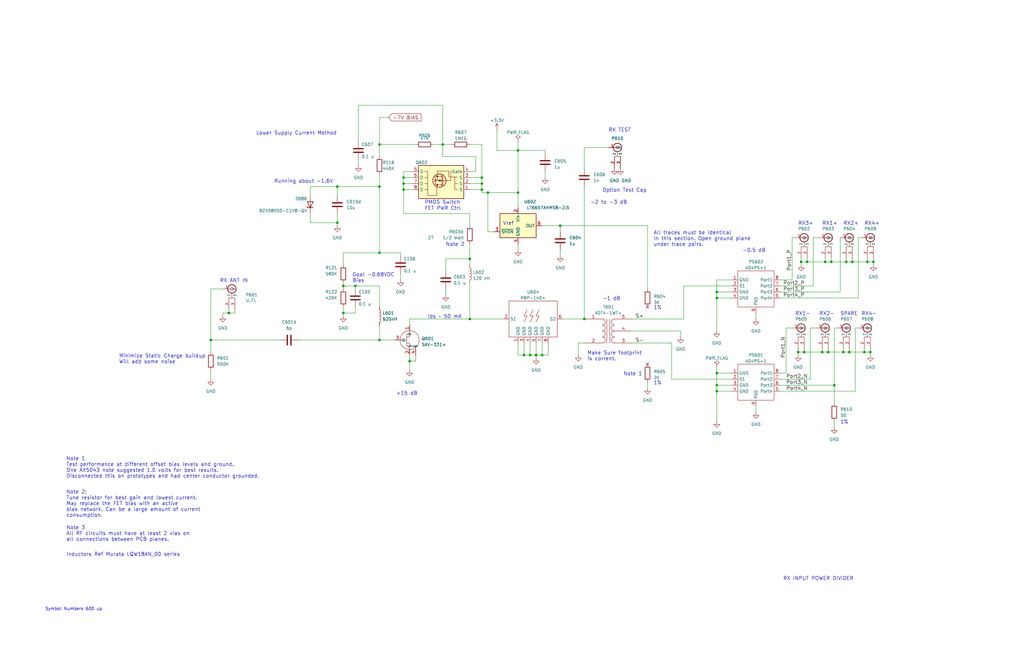
<source format=kicad_sch>
(kicad_sch (version 20230121) (generator eeschema)
  (paper "USLedger")
  (title_block (title "Radiation Tolerant PacSat Communication") (date "2023-06-17") (rev "A") (company "AMSAT-NA") (comment 1 "N5BRG"))
  (lib_symbols
    (symbol "Device:C" (pin_numbers hide) (pin_names (offset 0.254))
      (property "Reference" "C" (at 0.635 2.54 0))
      (property "Value" "C" (at 0.635 -2.54 0))
      (symbol "C_0_1"
        (polyline (pts (xy -2.032 -0.762) (xy 2.032 -0.762)) (stroke (width 0.508)))
        (polyline (pts (xy -2.032 0.762) (xy 2.032 0.762)) (stroke (width 0.508)))
      )
      (symbol "C_1_1"
        (pin passive line (at 0 3.81 270) (length 2.794) (name "~") (number "1"))
        (pin passive line (at 0 -3.81 90) (length 2.794) (name "~") (number "2"))
      )
    )
    (symbol "Device:D_Zener" (pin_numbers hide) (pin_names (offset 1.016) hide)
      (property "Reference" "D" (at 0 2.54 0))
      (property "Value" "D_Zener" (at 0 -2.54 0))
      (symbol "D_Zener_0_1"
        (polyline (pts (xy 1.27 0) (xy -1.27 0)))
        (polyline (pts (xy -1.27 -1.27) (xy -1.27 1.27) (xy -0.762 1.27)) (stroke (width 0.254)))
        (polyline (pts (xy 1.27 -1.27) (xy 1.27 1.27) (xy -1.27 0) (xy 1.27 -1.27)) (stroke (width 0.254)))
      )
      (symbol "D_Zener_1_1"
        (pin passive line (at -3.81 0 0) (length 2.54) (name "K") (number "1"))
        (pin passive line (at 3.81 0 180) (length 2.54) (name "A") (number "2"))
      )
    )
    (symbol "Device:L" (pin_numbers hide) (pin_names (offset 1.016) hide)
      (property "Reference" "L" (at -1.27 0 90))
      (property "Value" "L" (at 1.905 0 90))
      (symbol "L_0_1"
        (arc (start 0 -2.54) (mid 0.6323 -1.905) (end 0 -1.27))
        (arc (start 0 -1.27) (mid 0.6323 -0.635) (end 0 0))
        (arc (start 0 0) (mid 0.6323 0.635) (end 0 1.27))
        (arc (start 0 1.27) (mid 0.6323 1.905) (end 0 2.54))
      )
      (symbol "L_1_1"
        (pin passive line (at 0 3.81 270) (length 1.27) (name "1") (number "1"))
        (pin passive line (at 0 -3.81 90) (length 1.27) (name "2") (number "2"))
      )
    )
    (symbol "Device:R" (pin_numbers hide) (pin_names (offset 0))
      (property "Reference" "R" (at 2.032 0 90))
      (property "Value" "R" (at 0 0 90))
      (symbol "R_0_1"
        (rectangle (start -1.016 -2.54) (end 1.016 2.54) (stroke (width 0.254)))
      )
      (symbol "R_1_1"
        (pin passive line (at 0 3.81 270) (length 1.27) (name "~") (number "1"))
        (pin passive line (at 0 -3.81 90) (length 1.27) (name "~") (number "2"))
      )
    )
    (symbol "PACSAT_DEV_misc:TPS1100"
      (property "Reference" "Q?" (at 6.35 -8.89 0))
      (symbol "TPS1100_0_1"
        (rectangle (start -8.89 7.62) (end 10.16 -6.35) (stroke (width 0.254)) (fill (type background)))
        (polyline (pts (xy -2.54 0) (xy -3.4176 -0.012)))
        (polyline (pts (xy 0 0) (xy -2.794 0)))
        (polyline (pts (xy 0 1.905) (xy 0 -1.905)) (stroke (width 0.254)))
        (polyline (pts (xy 0.508 -1.27) (xy 0.508 -2.286)) (stroke (width 0.254)))
        (polyline (pts (xy 0.508 0.508) (xy 0.508 -0.508)) (stroke (width 0.254)))
        (polyline (pts (xy 0.508 2.286) (xy 0.508 1.27)) (stroke (width 0.254)))
        (polyline (pts (xy 2.286 2.54) (xy 2.286 1.778)))
        (polyline (pts (xy 6.35 -1.27) (xy 7.62 -1.27)))
        (polyline (pts (xy 6.35 1.27) (xy 7.62 1.27)))
        (polyline (pts (xy 6.35 3.81) (xy 7.62 3.81)))
        (polyline (pts (xy -5.08 -1.27) (xy -5.08 1.27) (xy -6.35 1.27)))
        (polyline (pts (xy -5.08 -1.27) (xy -5.0512 -1.5491) (xy -5.031 -1.448)))
        (polyline (pts (xy -5.08 1.27) (xy -5.08 3.81) (xy -6.35 3.81)))
        (polyline (pts (xy -4.9501 -1.4683) (xy -6.1836 -1.4683) (xy -6.1229 -1.3874)))
        (polyline (pts (xy -3.4162 -0.0461) (xy -3.4162 -3.8561) (xy -4.2419 -3.8037)))
        (polyline (pts (xy 2.286 -2.54) (xy 2.286 0) (xy 0.508 0)))
        (polyline (pts (xy 0.508 1.778) (xy 3.048 1.778) (xy 3.048 -1.778) (xy 0.508 -1.778)))
        (polyline (pts (xy 2.032 0) (xy 1.016 0.381) (xy 1.016 -0.381) (xy 2.032 0)) (fill (type outline)))
        (polyline (pts (xy 2.54 -0.508) (xy 2.667 -0.381) (xy 3.429 -0.381) (xy 3.556 -0.254)))
        (polyline (pts (xy 3.048 -0.381) (xy 2.667 0.254) (xy 3.429 0.254) (xy 3.048 -0.381)))
        (polyline (pts (xy 2.3285 -2.7575) (xy 2.3285 -4.0275) (xy -2.5549 -4.0212) (xy -2.5549 -1.5919) (xy -5.2915 -1.4875)))
        (polyline (pts (xy 2.54 2.54) (xy 2.54 6.35) (xy 6.35 6.35) (xy 6.35 -3.81) (xy 7.62 -3.81)))
        (circle (center 1.397 0) (radius 2.794) (stroke (width 0.254)))
        (circle (center 2.286 -1.778) (radius 0.254) (fill (type outline)))
        (circle (center 2.286 1.778) (radius 0.254) (fill (type outline)))
      )
      (symbol "TPS1100_1_1"
        (pin passive line (at -11.43 3.81 0) (length 2.54) (name "S") (number "1"))
        (pin passive line (at -11.43 1.27 0) (length 2.54) (name "S") (number "2"))
        (pin passive line (at -11.43 -1.27 0) (length 2.54) (name "S") (number "3"))
        (pin input line (at -11.43 -3.81 0) (length 2.54) (name "Gate") (number "4"))
        (pin passive line (at 12.7 -3.81 180) (length 2.54) (name "D") (number "5"))
        (pin passive line (at 12.7 -1.27 180) (length 2.54) (name "D") (number "6"))
        (pin passive line (at 12.7 1.27 180) (length 2.54) (name "D") (number "7"))
        (pin passive line (at 12.7 3.81 180) (length 2.54) (name "D") (number "8"))
      )
    )
    (symbol "PACSAT_DEV_misc:U_FL"
      (property "Reference" "U" (at -3.81 2.54 0))
      (symbol "U_FL_0_1"
        (polyline (pts (xy -1.27 -3.81) (xy 1.27 -3.81)))
        (polyline (pts (xy 0 -3.81) (xy 0 -1.778)))
        (circle (center 0 0) (radius 0.508) (stroke (width 0.2032)))
        (circle (center 0 0) (radius 1.778) (stroke (width 0.3048)))
      )
      (symbol "U_FL_1_1"
        (pin bidirectional line (at -3.81 0 0) (length 3.302) (name "In") (number "1"))
        (pin power_in line (at -1.27 -8.89 90) (length 5.08) (name "2") (number "2"))
        (pin power_in line (at 1.27 -8.89 90) (length 5.08) (name "3") (number "3"))
      )
    )
    (symbol "PACSAT_Minicircuits:AD4PS+1"
      (property "Reference" "PS602" (at 0 11.43 0))
      (property "Value" "AD4PS+1" (at 0 8.89 0))
      (symbol "AD4PS+1_0_1"
        (rectangle (start -7.62 7.62) (end 7.62 -7.62))
      )
      (symbol "AD4PS+1_1_1"
        (pin power_in line (at -10.16 3.81 0) (length 2.54) (name "GND") (number "1"))
        (pin input line (at -10.16 1.27 0) (length 2.54) (name "S1") (number "2"))
        (pin power_in line (at -10.16 -1.27 0) (length 2.54) (name "GND") (number "3"))
        (pin power_in line (at -10.16 -3.81 0) (length 2.54) (name "GND") (number "4"))
        (pin output line (at 10.16 -3.81 180) (length 2.54) (name "Port4") (number "5"))
        (pin output line (at 10.16 -1.27 180) (length 2.54) (name "Port3") (number "6"))
        (pin output line (at 10.16 1.27 180) (length 2.54) (name "Port2") (number "7"))
        (pin output line (at 10.16 3.81 180) (length 2.54) (name "Port1") (number "8"))
        (pin power_in line (at 0 -10.16 90) (length 2.54) (name "PAD") (number "9"))
      )
    )
    (symbol "PACSAT_Minicircuits:RBP-140+_1"
      (property "Reference" "U603" (at 10.16 5.08 0))
      (property "Value" "RBP-140+" (at 10.16 2.54 0))
      (symbol "RBP-140+_1_0_0"
        (polyline (pts (xy 6.35 -8.89) (xy 7.62 -6.35) (xy 6.35 -6.35) (xy 7.62 -3.81)))
        (polyline (pts (xy 8.89 -8.89) (xy 10.16 -6.35) (xy 8.89 -6.35) (xy 10.16 -3.81)))
        (polyline (pts (xy 11.43 -8.89) (xy 12.7 -6.35) (xy 11.43 -6.35) (xy 12.7 -3.81)))
      )
      (symbol "RBP-140+_1_0_1"
        (rectangle (start 0 0) (end 20.32 -15.24))
      )
      (symbol "RBP-140+_1_1_1"
        (pin power_in line (at 3.81 -17.78 90) (length 2.54) (name "GND") (number "1"))
        (pin input line (at -2.54 -7.62 0) (length 2.54) (name "S1") (number "2"))
        (pin power_in line (at 6.35 -17.78 90) (length 2.54) (name "GND") (number "3"))
        (pin power_in line (at 8.89 -17.78 90) (length 2.54) (name "GND") (number "4"))
        (pin power_in line (at 11.43 -17.78 90) (length 2.54) (name "GND") (number "5"))
        (pin output line (at 22.86 -7.62 180) (length 2.54) (name "S2") (number "6"))
        (pin power_in line (at 13.97 -17.78 90) (length 2.54) (name "GND") (number "7"))
        (pin power_in line (at 16.51 -17.78 90) (length 2.54) (name "GND") (number "8"))
      )
    )
    (symbol "PACSAT_Minicircuits:SAV-331+"
      (property "Reference" "U601" (at 5.08 0.635 0))
      (property "Value" "SAV-331+" (at 5.08 -1.905 0))
      (symbol "SAV-331+_0_1"
        (polyline (pts (xy -2.54 0) (xy -3.81 0)))
        (polyline (pts (xy -1.27 -1.27) (xy -1.27 -2.54)))
        (polyline (pts (xy -1.27 0) (xy -2.54 0)))
        (polyline (pts (xy -1.27 1.27) (xy -1.27 2.54)))
        (polyline (pts (xy 0 -2.54) (xy 0 -3.81)))
        (polyline (pts (xy 0 1.27) (xy 0 2.54)))
        (polyline (pts (xy 0 2.54) (xy 0 3.81)))
        (polyline (pts (xy -1.27 -1.27) (xy 0 -1.27) (xy 0 -2.54)))
        (polyline (pts (xy 0 -2.54) (xy 2.54 -2.54) (xy 2.54 -3.81)))
        (polyline (pts (xy -1.27 1.27) (xy -1.27 -1.27) (xy -1.27 1.27) (xy -1.27 0) (xy -1.27 1.27) (xy 0 1.27)))
        (circle (center 0 0) (radius 4.0161))
      )
      (symbol "SAV-331+_1_1"
        (pin input line (at 0 6.35 270) (length 2.54) (name "D") (number "1"))
        (pin input line (at 0 -6.35 90) (length 2.54) (name "S") (number "2"))
        (pin input line (at -6.35 0 0) (length 2.54) (name "G") (number "3"))
        (pin input line (at 2.54 -6.35 90) (length 2.54) (name "S") (number "4"))
      )
    )
    (symbol "PACSAT_Minicircuits:Transformer_1P_SS" (pin_names (offset 1.016) hide)
      (property "Reference" "T601" (at 0.0127 10.16 0))
      (property "Value" "ADT4-1WT" (at 0.0127 7.62 0))
      (symbol "Transformer_1P_SS_0_1"
        (arc (start -2.54 -5.0546) (mid -1.6599 -4.6901) (end -1.27 -3.81))
        (arc (start -2.54 -2.5146) (mid -1.6599 -2.1501) (end -1.27 -1.27))
        (arc (start -2.54 0.0254) (mid -1.6599 0.3899) (end -1.27 1.27))
        (arc (start -2.54 2.5654) (mid -1.6599 2.9299) (end -1.27 3.81))
        (arc (start -1.27 -3.81) (mid -1.642 -2.912) (end -2.54 -2.54))
        (arc (start -1.27 -1.27) (mid -1.642 -0.372) (end -2.54 0))
        (arc (start -1.27 1.27) (mid -1.642 2.168) (end -2.54 2.54))
        (arc (start -1.27 3.81) (mid -1.642 4.708) (end -2.54 5.08))
        (polyline (pts (xy -0.635 5.08) (xy -0.635 -5.08)))
        (polyline (pts (xy 0.635 -5.08) (xy 0.635 5.08)))
        (arc (start 1.2954 -1.27) (mid 1.6599 -2.1501) (end 2.54 -2.5146))
        (arc (start 1.2954 1.27) (mid 1.6599 0.3899) (end 2.54 0.0254))
        (arc (start 1.2954 3.81) (mid 1.6599 2.9299) (end 2.54 2.5654))
        (arc (start 1.3208 -3.81) (mid 1.6853 -4.6901) (end 2.5654 -5.0546))
        (arc (start 2.54 0) (mid 1.642 -0.372) (end 1.2954 -1.27))
        (arc (start 2.54 2.54) (mid 1.642 2.168) (end 1.2954 1.27))
        (arc (start 2.54 5.08) (mid 1.642 4.708) (end 1.2954 3.81))
        (arc (start 2.5654 -2.54) (mid 1.6674 -2.912) (end 1.3208 -3.81))
      )
      (symbol "Transformer_1P_SS_1_1"
        (pin passive line (at -10.16 5.08 0) (length 7.62) (name "AA") (number "1"))
        (pin passive line (at -10.16 -5.08 0) (length 7.62) (name "AB") (number "2"))
        (pin passive line (at 10.16 -5.08 180) (length 7.62) (name "SA") (number "3"))
        (pin passive line (at 10.16 0 180) (length 7.62) (name "SC") (number "4"))
        (pin passive line (at 10.16 5.08 180) (length 7.62) (name "SB") (number "5"))
        (pin no_connect line (at 0 -7.62 0) (length 2.54) hide (name "NC") (number "6"))
      )
    )
    (symbol "Reference_Voltage:LT6657AHMS8-2.5"
      (property "Reference" "U" (at -7.62 6.35 0))
      (property "Value" "LT6657AHMS8-2.5" (at 2.54 6.35 0))
      (symbol "LT6657AHMS8-2.5_0_1"
        (rectangle (start -7.62 5.08) (end 7.62 -5.08) (stroke (width 0.254)) (fill (type background)))
      )
      (symbol "LT6657AHMS8-2.5_1_1"
        (pin no_connect line (at 7.62 -2.54 180) (length 2.54) hide (name "DNC") (number "1"))
        (pin power_in line (at 0 7.62 270) (length 2.54) (name "Vin") (number "2"))
        (pin input line (at -10.16 -2.54 0) (length 2.54) (name "~{SHDN}") (number "3"))
        (pin power_in line (at 0 -7.62 90) (length 2.54) (name "GND") (number "4"))
        (pin no_connect line (at -7.62 0 0) (length 2.54) hide (name "DNC") (number "5"))
        (pin power_out line (at 10.16 0 180) (length 2.54) (name "OUT") (number "6"))
        (pin no_connect line (at -7.62 2.54 0) (length 2.54) hide (name "DNC") (number "7"))
        (pin no_connect line (at 7.62 2.54 180) (length 2.54) hide (name "DNC") (number "8"))
      )
    )
    (symbol "power:+3.3V" (power) (pin_names (offset 0))
      (property "Value" "+3.3V" (at 0 3.556 0))
      (symbol "+3.3V_0_1"
        (polyline (pts (xy -0.762 1.27) (xy 0 2.54)))
        (polyline (pts (xy 0 0) (xy 0 2.54)))
        (polyline (pts (xy 0 2.54) (xy 0.762 1.27)))
      )
      (symbol "+3.3V_1_1"
        (pin power_in line (at 0 0 90) (length 0) hide (name "+3.3V") (number "1"))
      )
    )
    (symbol "power:GND" (power) (pin_names (offset 0))
      (property "Value" "GND" (at 0 -3.81 0))
      (symbol "GND_0_1"
        (polyline (pts (xy 0 0) (xy 0 -1.27) (xy 1.27 -1.27) (xy 0 -2.54) (xy -1.27 -1.27) (xy 0 -1.27)))
      )
      (symbol "GND_1_1"
        (pin power_in line (at 0 0 270) (length 0) hide (name "GND") (number "1"))
      )
    )
    (symbol "power:PWR_FLAG" (power) (pin_numbers hide) (pin_names (offset 0) hide)
      (property "Value" "PWR_FLAG" (at 0 3.81 0))
      (symbol "PWR_FLAG_0_0"
        (pin power_out line (at 0 0 90) (length 0) (name "pwr") (number "1"))
      )
      (symbol "PWR_FLAG_0_1"
        (polyline (pts (xy 0 0) (xy 0 1.27) (xy -1.016 1.905) (xy 0 2.54) (xy 1.016 1.905) (xy 0 1.27)))
      )
    )
  )
  (junction (at 142.24 93.98))
  (junction (at 160.02 78.74))
  (junction (at 198.12 134.62))
  (junction (at 186.69 60.96))
  (junction (at 236.22 95.25))
  (junction (at 149.86 120.65))
  (junction (at 170.18 74.93))
  (junction (at 302.26 162.56))
  (junction (at 172.72 152.4))
  (junction (at 356.87 110.49))
  (junction (at 365.76 110.49))
  (junction (at 302.26 165.1))
  (junction (at 226.06 149.86))
  (junction (at 359.41 110.49))
  (junction (at 88.9 143.51))
  (junction (at 220.98 149.86))
  (junction (at 346.71 148.59))
  (junction (at 355.6 148.59))
  (junction (at 142.24 78.74))
  (junction (at 160.02 60.96))
  (junction (at 205.74 81.28))
  (junction (at 302.26 125.73))
  (junction (at 170.18 80.01))
  (junction (at 144.78 120.65))
  (junction (at 364.49 148.59))
  (junction (at 358.14 148.59))
  (junction (at 203.2 74.93))
  (junction (at 340.36 110.49))
  (junction (at 302.26 157.48))
  (junction (at 350.52 110.49))
  (junction (at 160.02 143.51))
  (junction (at 349.25 148.59))
  (junction (at 228.6 149.86))
  (junction (at 336.55 148.59))
  (junction (at 218.44 81.28))
  (junction (at 170.18 77.47))
  (junction (at 96.52 132.08))
  (junction (at 160.02 106.68))
  (junction (at 203.2 77.47))
  (junction (at 144.78 132.08))
  (junction (at 218.44 63.5))
  (junction (at 347.98 110.49))
  (junction (at 351.79 162.56))
  (junction (at 339.09 148.59))
  (junction (at 302.26 123.19))
  (junction (at 246.38 134.62))
  (junction (at 203.2 80.01))
  (junction (at 337.82 110.49))
  (junction (at 223.52 149.86))
  (junction (at 368.3 110.49))
  (junction (at 198.12 109.22))
  (junction (at 367.03 148.59))
  (no_connect (at 273.05 153.67))
  (no_connect (at 273.05 129.54))
  (wire (pts (xy 328.93 118.11) (xy 334.01 118.11)))
  (wire (pts (xy 186.69 66.04) (xy 186.69 60.96)))
  (wire (pts (xy 173.99 72.39) (xy 170.18 72.39)))
  (wire (pts (xy 288.29 134.62) (xy 288.29 120.65)))
  (wire (pts (xy 160.02 49.53) (xy 160.02 60.96)))
  (wire (pts (xy 302.26 162.56) (xy 302.26 165.1)))
  (wire (pts (xy 361.95 100.33) (xy 361.95 125.73)))
  (wire (pts (xy 283.21 160.02) (xy 308.61 160.02)))
  (wire (pts (xy 334.01 100.33) (xy 334.01 118.11)))
  (wire (pts (xy 231.14 149.86) (xy 228.6 149.86)))
  (wire (pts (xy 236.22 105.41) (xy 236.22 107.95)))
  (wire (pts (xy 359.41 110.49) (xy 365.76 110.49)))
  (wire (pts (xy 218.44 102.87) (xy 218.44 105.41)))
  (wire (pts (xy 266.7 134.62) (xy 288.29 134.62)))
  (wire (pts (xy 209.55 54.61) (xy 209.55 63.5)))
  (wire (pts (xy 336.55 147.32) (xy 336.55 148.59)))
  (wire (pts (xy 218.44 59.69) (xy 218.44 63.5)))
  (wire (pts (xy 302.26 125.73) (xy 302.26 139.7)))
  (wire (pts (xy 347.98 110.49) (xy 350.52 110.49)))
  (wire (pts (xy 198.12 74.93) (xy 203.2 74.93)))
  (wire (pts (xy 223.52 149.86) (xy 226.06 149.86)))
  (wire (pts (xy 358.14 148.59) (xy 364.49 148.59)))
  (wire (pts (xy 186.69 60.96) (xy 190.5 60.96)))
  (wire (pts (xy 203.2 77.47) (xy 203.2 74.93)))
  (wire (pts (xy 218.44 63.5) (xy 229.87 63.5)))
  (wire (pts (xy 88.9 121.92) (xy 88.9 143.51)))
  (wire (pts (xy 331.47 138.43) (xy 334.01 138.43)))
  (wire (pts (xy 144.78 119.38) (xy 144.78 120.65)))
  (wire (pts (xy 273.05 95.25) (xy 273.05 121.92)))
  (wire (pts (xy 130.81 78.74) (xy 130.81 82.55)))
  (wire (pts (xy 163.83 49.53) (xy 160.02 49.53)))
  (wire (pts (xy 335.28 100.33) (xy 334.01 100.33)))
  (wire (pts (xy 302.26 165.1) (xy 308.61 165.1)))
  (wire (pts (xy 198.12 109.22) (xy 198.12 111.76)))
  (wire (pts (xy 186.69 66.04) (xy 200.66 66.04)))
  (wire (pts (xy 170.18 80.01) (xy 173.99 80.01)))
  (wire (pts (xy 93.98 132.08) (xy 93.98 133.35)))
  (wire (pts (xy 220.98 149.86) (xy 218.44 149.86)))
  (wire (pts (xy 198.12 80.01) (xy 203.2 80.01)))
  (wire (pts (xy 198.12 77.47) (xy 203.2 77.47)))
  (wire (pts (xy 318.77 171.45) (xy 318.77 173.99)))
  (wire (pts (xy 144.78 106.68) (xy 160.02 106.68)))
  (wire (pts (xy 170.18 72.39) (xy 170.18 74.93)))
  (wire (pts (xy 88.9 143.51) (xy 118.11 143.51)))
  (wire (pts (xy 187.96 114.3) (xy 187.96 109.22)))
  (wire (pts (xy 359.41 109.22) (xy 359.41 110.49)))
  (wire (pts (xy 160.02 129.54) (xy 160.02 120.65)))
  (wire (pts (xy 205.74 81.28) (xy 205.74 97.79)))
  (wire (pts (xy 200.66 72.39) (xy 200.66 66.04)))
  (wire (pts (xy 246.38 78.74) (xy 246.38 134.62)))
  (wire (pts (xy 302.26 123.19) (xy 308.61 123.19)))
  (wire (pts (xy 308.61 118.11) (xy 302.26 118.11)))
  (wire (pts (xy 341.63 138.43) (xy 341.63 160.02)))
  (wire (pts (xy 328.93 157.48) (xy 331.47 157.48)))
  (wire (pts (xy 228.6 144.78) (xy 228.6 149.86)))
  (wire (pts (xy 226.06 144.78) (xy 226.06 149.86)))
  (wire (pts (xy 273.05 95.25) (xy 236.22 95.25)))
  (wire (pts (xy 187.96 109.22) (xy 198.12 109.22)))
  (wire (pts (xy 99.06 130.81) (xy 99.06 132.08)))
  (wire (pts (xy 151.13 44.45) (xy 151.13 59.69)))
  (wire (pts (xy 160.02 78.74) (xy 160.02 106.68)))
  (wire (pts (xy 336.55 148.59) (xy 336.55 149.86)))
  (wire (pts (xy 220.98 144.78) (xy 220.98 149.86)))
  (wire (pts (xy 368.3 110.49) (xy 368.3 109.22)))
  (wire (pts (xy 160.02 120.65) (xy 149.86 120.65)))
  (wire (pts (xy 96.52 130.81) (xy 96.52 132.08)))
  (wire (pts (xy 337.82 110.49) (xy 337.82 111.76)))
  (wire (pts (xy 328.93 162.56) (xy 351.79 162.56)))
  (wire (pts (xy 168.91 107.95) (xy 168.91 106.68)))
  (wire (pts (xy 144.78 132.08) (xy 144.78 133.35)))
  (wire (pts (xy 328.93 165.1) (xy 360.68 165.1)))
  (wire (pts (xy 302.26 125.73) (xy 308.61 125.73)))
  (wire (pts (xy 243.84 144.78) (xy 246.38 144.78)))
  (wire (pts (xy 358.14 147.32) (xy 358.14 148.59)))
  (wire (pts (xy 172.72 149.86) (xy 172.72 152.4)))
  (wire (pts (xy 218.44 87.63) (xy 218.44 81.28)))
  (wire (pts (xy 273.05 161.29) (xy 273.05 163.83)))
  (wire (pts (xy 236.22 97.79) (xy 236.22 95.25)))
  (wire (pts (xy 172.72 134.62) (xy 172.72 137.16)))
  (wire (pts (xy 243.84 149.86) (xy 243.84 144.78)))
  (wire (pts (xy 160.02 137.16) (xy 160.02 143.51)))
  (wire (pts (xy 356.87 109.22) (xy 356.87 110.49)))
  (wire (pts (xy 342.9 100.33) (xy 342.9 120.65)))
  (wire (pts (xy 302.26 154.94) (xy 302.26 157.48)))
  (wire (pts (xy 328.93 120.65) (xy 342.9 120.65)))
  (wire (pts (xy 351.79 177.8) (xy 351.79 180.34)))
  (wire (pts (xy 186.69 44.45) (xy 186.69 60.96)))
  (wire (pts (xy 355.6 147.32) (xy 355.6 148.59)))
  (wire (pts (xy 175.26 149.86) (xy 175.26 152.4)))
  (wire (pts (xy 246.38 62.23) (xy 246.38 71.12)))
  (wire (pts (xy 208.28 97.79) (xy 205.74 97.79)))
  (wire (pts (xy 170.18 74.93) (xy 170.18 77.47)))
  (wire (pts (xy 308.61 157.48) (xy 302.26 157.48)))
  (wire (pts (xy 228.6 149.86) (xy 226.06 149.86)))
  (wire (pts (xy 365.76 109.22) (xy 365.76 110.49)))
  (wire (pts (xy 349.25 147.32) (xy 349.25 148.59)))
  (wire (pts (xy 130.81 93.98) (xy 142.24 93.98)))
  (wire (pts (xy 93.98 132.08) (xy 96.52 132.08)))
  (wire (pts (xy 339.09 148.59) (xy 346.71 148.59)))
  (wire (pts (xy 340.36 109.22) (xy 340.36 110.49)))
  (wire (pts (xy 96.52 132.08) (xy 99.06 132.08)))
  (wire (pts (xy 363.22 100.33) (xy 361.95 100.33)))
  (wire (pts (xy 142.24 93.98) (xy 142.24 95.25)))
  (wire (pts (xy 198.12 90.17) (xy 198.12 95.25)))
  (wire (pts (xy 198.12 119.38) (xy 198.12 134.62)))
  (wire (pts (xy 302.26 165.1) (xy 302.26 177.8)))
  (wire (pts (xy 229.87 72.39) (xy 229.87 74.93)))
  (wire (pts (xy 187.96 121.92) (xy 187.96 124.46)))
  (wire (pts (xy 287.02 142.24) (xy 287.02 139.7)))
  (wire (pts (xy 331.47 138.43) (xy 331.47 157.48)))
  (wire (pts (xy 93.98 121.92) (xy 88.9 121.92)))
  (wire (pts (xy 125.73 143.51) (xy 160.02 143.51)))
  (wire (pts (xy 198.12 60.96) (xy 203.2 60.96)))
  (wire (pts (xy 246.38 62.23) (xy 256.54 62.23)))
  (wire (pts (xy 142.24 78.74) (xy 160.02 78.74)))
  (wire (pts (xy 349.25 148.59) (xy 355.6 148.59)))
  (wire (pts (xy 346.71 148.59) (xy 349.25 148.59)))
  (wire (pts (xy 283.21 144.78) (xy 283.21 160.02)))
  (wire (pts (xy 172.72 152.4) (xy 175.26 152.4)))
  (wire (pts (xy 365.76 110.49) (xy 368.3 110.49)))
  (wire (pts (xy 302.26 162.56) (xy 308.61 162.56)))
  (wire (pts (xy 351.79 162.56) (xy 351.79 170.18)))
  (wire (pts (xy 288.29 120.65) (xy 308.61 120.65)))
  (wire (pts (xy 266.7 139.7) (xy 287.02 139.7)))
  (wire (pts (xy 351.79 162.56) (xy 351.79 138.43)))
  (wire (pts (xy 160.02 73.66) (xy 160.02 78.74)))
  (wire (pts (xy 218.44 149.86) (xy 218.44 144.78)))
  (wire (pts (xy 149.86 120.65) (xy 149.86 121.92)))
  (wire (pts (xy 367.03 148.59) (xy 367.03 149.86)))
  (wire (pts (xy 367.03 148.59) (xy 367.03 147.32)))
  (wire (pts (xy 203.2 80.01) (xy 203.2 81.28)))
  (wire (pts (xy 203.2 81.28) (xy 205.74 81.28)))
  (wire (pts (xy 353.06 138.43) (xy 351.79 138.43)))
  (wire (pts (xy 350.52 110.49) (xy 356.87 110.49)))
  (wire (pts (xy 160.02 106.68) (xy 168.91 106.68)))
  (wire (pts (xy 172.72 134.62) (xy 198.12 134.62)))
  (wire (pts (xy 88.9 143.51) (xy 88.9 148.59)))
  (wire (pts (xy 170.18 90.17) (xy 198.12 90.17)))
  (wire (pts (xy 203.2 77.47) (xy 203.2 80.01)))
  (wire (pts (xy 144.78 120.65) (xy 144.78 121.92)))
  (wire (pts (xy 354.33 123.19) (xy 354.33 100.33)))
  (wire (pts (xy 302.26 123.19) (xy 302.26 125.73)))
  (wire (pts (xy 149.86 120.65) (xy 144.78 120.65)))
  (wire (pts (xy 360.68 138.43) (xy 360.68 165.1)))
  (wire (pts (xy 142.24 90.17) (xy 142.24 93.98)))
  (wire (pts (xy 220.98 149.86) (xy 223.52 149.86)))
  (wire (pts (xy 328.93 125.73) (xy 361.95 125.73)))
  (wire (pts (xy 361.95 138.43) (xy 360.68 138.43)))
  (wire (pts (xy 226.06 149.86) (xy 226.06 151.13)))
  (wire (pts (xy 218.44 63.5) (xy 218.44 81.28)))
  (wire (pts (xy 130.81 90.17) (xy 130.81 93.98)))
  (wire (pts (xy 364.49 147.32) (xy 364.49 148.59)))
  (wire (pts (xy 229.87 64.77) (xy 229.87 63.5)))
  (wire (pts (xy 355.6 148.59) (xy 358.14 148.59)))
  (wire (pts (xy 170.18 77.47) (xy 170.18 80.01)))
  (wire (pts (xy 237.49 134.62) (xy 246.38 134.62)))
  (wire (pts (xy 347.98 109.22) (xy 347.98 110.49)))
  (wire (pts (xy 144.78 129.54) (xy 144.78 132.08)))
  (wire (pts (xy 318.77 132.08) (xy 318.77 134.62)))
  (wire (pts (xy 88.9 156.21) (xy 88.9 160.02)))
  (wire (pts (xy 151.13 67.31) (xy 151.13 69.85)))
  (wire (pts (xy 144.78 106.68) (xy 144.78 111.76)))
  (wire (pts (xy 328.93 160.02) (xy 341.63 160.02)))
  (wire (pts (xy 170.18 74.93) (xy 173.99 74.93)))
  (wire (pts (xy 151.13 44.45) (xy 186.69 44.45)))
  (wire (pts (xy 266.7 144.78) (xy 283.21 144.78)))
  (wire (pts (xy 231.14 144.78) (xy 231.14 149.86)))
  (wire (pts (xy 350.52 109.22) (xy 350.52 110.49)))
  (wire (pts (xy 144.78 132.08) (xy 149.86 132.08)))
  (wire (pts (xy 209.55 63.5) (xy 218.44 63.5)))
  (wire (pts (xy 203.2 60.96) (xy 203.2 74.93)))
  (wire (pts (xy 198.12 134.62) (xy 212.09 134.62)))
  (wire (pts (xy 340.36 110.49) (xy 347.98 110.49)))
  (wire (pts (xy 228.6 95.25) (xy 236.22 95.25)))
  (wire (pts (xy 142.24 78.74) (xy 130.81 78.74)))
  (wire (pts (xy 302.26 157.48) (xy 302.26 162.56)))
  (wire (pts (xy 172.72 152.4) (xy 172.72 156.21)))
  (wire (pts (xy 328.93 123.19) (xy 354.33 123.19)))
  (wire (pts (xy 337.82 110.49) (xy 340.36 110.49)))
  (wire (pts (xy 170.18 77.47) (xy 173.99 77.47)))
  (wire (pts (xy 337.82 109.22) (xy 337.82 110.49)))
  (wire (pts (xy 336.55 148.59) (xy 339.09 148.59)))
  (wire (pts (xy 339.09 147.32) (xy 339.09 148.59)))
  (wire (pts (xy 302.26 118.11) (xy 302.26 123.19)))
  (wire (pts (xy 149.86 129.54) (xy 149.86 132.08)))
  (wire (pts (xy 160.02 143.51) (xy 166.37 143.51)))
  (wire (pts (xy 198.12 102.87) (xy 198.12 109.22)))
  (wire (pts (xy 345.44 100.33) (xy 342.9 100.33)))
  (wire (pts (xy 346.71 147.32) (xy 346.71 148.59)))
  (wire (pts (xy 364.49 148.59) (xy 367.03 148.59)))
  (wire (pts (xy 170.18 80.01) (xy 170.18 90.17)))
  (wire (pts (xy 198.12 72.39) (xy 200.66 72.39)))
  (wire (pts (xy 205.74 81.28) (xy 218.44 81.28)))
  (wire (pts (xy 168.91 115.57) (xy 168.91 118.11)))
  (wire (pts (xy 160.02 60.96) (xy 160.02 66.04)))
  (wire (pts (xy 223.52 144.78) (xy 223.52 149.86)))
  (wire (pts (xy 368.3 110.49) (xy 368.3 111.76)))
  (wire (pts (xy 160.02 60.96) (xy 175.26 60.96)))
  (wire (pts (xy 344.17 138.43) (xy 341.63 138.43)))
  (wire (pts (xy 356.87 110.49) (xy 359.41 110.49)))
  (wire (pts (xy 182.88 60.96) (xy 186.69 60.96)))
  (wire (pts (xy 142.24 78.74) (xy 142.24 82.55)))
  (text "RX ANT IN" (at 92.71 119.38 0) (effects (font (size 1.524 1.524)) (justify left bottom)))
  (text "Vref" (at 212.09 95.25 0) (effects (font (size 1.524 1.524)) (justify left bottom)))
  (text "Running about -1.6V\n" (at 115.57 77.47 0) (effects (font (size 1.524 1.524)) (justify left bottom)))
  (text "-0.5 dB" (at 313.055 106.68 0) (effects (font (size 1.524 1.524)) (justify left bottom)))
  (text "Note 1\nTest performance at different offset bias levels and ground.\nOne AX5043 note suggested 1.0 volts for best results.\nDisconnected this on prototypes and had center conductor grounded." (at 27.94 201.93 0) (effects (font (size 1.524 1.524)) (justify left bottom)))
  (text "Ids ~ 50 mA" (at 180.34 134.62 0) (effects (font (size 1.524 1.524)) (justify left bottom)))
  (text "RX4-" (at 363.22 133.35 0) (effects (font (size 1.524 1.524)) (justify left bottom)))
  (text "Lower Supply Current Method" (at 107.95 57.15 0) (effects (font (size 1.524 1.524)) (justify left bottom)))
  (text "All traces must be identical\nin this section. Open ground plane \nunder trace pairs." (at 275.59 104.14 0) (effects (font (size 1.524 1.524)) (justify left bottom)))
  (text "RX3+" (at 336.55 95.25 0) (effects (font (size 1.524 1.524)) (justify left bottom)))
  (text "Note 2" (at 187.96 104.14 0) (effects (font (size 1.524 1.524)) (justify left bottom)))
  (text "1%" (at 354.33 179.07 0) (effects (font (size 1.524 1.524)) (justify left bottom)))
  (text "Note 1\n" (at 262.89 158.75 0) (effects (font (size 1.524 1.524)) (justify left bottom)))
  (text "Note 3\nAll RF circuits must have at least 2 vias on \nall connections between PCB planes." (at 27.94 228.6 0) (effects (font (size 1.524 1.524)) (justify left bottom)))
  (text "1%" (at 275.59 162.56 0) (effects (font (size 1.524 1.524)) (justify left bottom)))
  (text "Note 2:\nTune resistor for best gain and lowest current.\nMay replace the FET bias with an active \nbias network. Can be a large amount of current\nconsumption." (at 27.94 218.44 0) (effects (font (size 1.524 1.524)) (justify left bottom)))
  (text "Option Test Cap" (at 254 81.28 0) (effects (font (size 1.524 1.524)) (justify left bottom)))
  (text "PMOS Switch" (at 179.07 86.36 0) (effects (font (size 1.524 1.524)) (justify left bottom)))
  (text "FET PWR Ctrl" (at 179.07 88.9 0) (effects (font (size 1.524 1.524)) (justify left bottom)))
  (text "Goal -0.68VDC\nBias" (at 148.59 119.38 0) (effects (font (size 1.524 1.524)) (justify left bottom)))
  (text "RX2+" (at 355.6 95.25 0) (effects (font (size 1.524 1.524)) (justify left bottom)))
  (text "RX1+" (at 346.71 95.25 0) (effects (font (size 1.524 1.524)) (justify left bottom)))
  (text "SPARE" (at 354.33 133.35 0) (effects (font (size 1.524 1.524)) (justify left bottom)))
  (text "RX4+" (at 364.49 95.25 0) (effects (font (size 1.524 1.524)) (justify left bottom)))
  (text "RX1-" (at 335.28 133.35 0) (effects (font (size 1.524 1.524)) (justify left bottom)))
  (text "Minimize Static Charge buildup\nWill add some noise" (at 50.165 153.67 0) (effects (font (size 1.524 1.524)) (justify left bottom)))
  (text "-1 dB" (at 254 127 0) (effects (font (size 1.524 1.524)) (justify left bottom)))
  (text "RX INPUT POWER DIVIDER" (at 330.2 245.11 0) (effects (font (size 1.524 1.524)) (justify left bottom)))
  (text "+15 dB" (at 167.005 167.005 0) (effects (font (size 1.524 1.524)) (justify left bottom)))
  (text "RX2-" (at 345.44 133.35 0) (effects (font (size 1.524 1.524)) (justify left bottom)))
  (text "-2 to -3 dB" (at 248.92 86.36 0) (effects (font (size 1.524 1.524)) (justify left bottom)))
  (text "Make Sure footprint\nis corrent." (at 247.65 152.4 0) (effects (font (size 1.524 1.524)) (justify left bottom)))
  (text "1%" (at 275.59 130.81 0) (effects (font (size 1.524 1.524)) (justify left bottom)))
  (text "Symbol Numbers 600 up" (at 19.05 257.81 0) (effects (font (size 1.27 1.27)) (justify left bottom)))
  (text "RX TEST" (at 256.54 55.88 0) (effects (font (size 1.524 1.524)) (justify left bottom)))
  (text "Inductors Ref Murata LQW18AN_00 series" (at 27.94 234.95 0) (effects (font (size 1.524 1.524)) (justify left bottom)))
  (label "S+" (at 267.97 134.62 0) (effects (font (size 1.524 1.524))))
  (label "S-" (at 267.97 144.78 0) (effects (font (size 1.524 1.524))))
  (label "Port2_N" (at 331.47 160.02 0) (effects (font (size 1.524 1.524))))
  (label "Port3_N" (at 331.47 162.56 0) (effects (font (size 1.524 1.524))))
  (label "Port1_N" (at 331.47 151.13 90) (effects (font (size 1.524 1.524))))
  (label "Port3_P" (at 330.2 123.19 0) (effects (font (size 1.524 1.524))))
  (label "Port2_P" (at 330.2 120.65 0) (effects (font (size 1.524 1.524))))
  (label "Port4_P" (at 330.2 125.73 0) (effects (font (size 1.524 1.524))))
  (label "Port1_P" (at 334.01 114.3 90) (effects (font (size 1.524 1.524))))
  (label "Port4_N" (at 331.47 165.1 0) (effects (font (size 1.524 1.524))))
  (global_label "-7V BIAS" (shape input) (at 163.83 49.53 0) (effects (font (size 1.524 1.524))) (property "Intersheetrefs" "${INTERSHEET_REFS}" (effects hide)))
  (symbol (lib_id "Device:R") (at 351.79 173.99 0) (unit 1)
    (property "Reference" "R610" (at 354.33 172.72 0) (effects (justify left)))
    (property "Value" "50" (at 354.33 175.26 0) (effects (justify left)))
    (property "Footprint" "Resistor_SMD:R_0603_1608Metric_Pad0.98x0.95mm_HandSolder" (effects hide))
  )
  (symbol (lib_id "Device:D_Zener") (at 130.81 86.36 90) (unit 1)
    (property "Reference" "D686" (at 124.46 83.82 90) (effects (justify right)))
    (property "Value" "BZX58550-C1V8-QX" (at 109.22 88.9 90) (effects (justify right)))
  )
  (symbol (lib_id "power:GND") (at 151.13 69.85 0) (unit 1)
    (property "Reference" "#PWR0192" (effects hide))
    (property "Value" "GND" (at 151.13 74.93 0))
  )
  (symbol (lib_id "power:GND") (at 351.79 180.34 0) (unit 1)
    (property "Reference" "#PWR0621" (effects hide))
    (property "Value" "GND" (at 351.79 185.42 0))
  )
  (symbol (lib_id "power:GND") (at 93.98 133.35 0) (unit 1)
    (property "Reference" "#PWR0605" (effects hide))
    (property "Value" "GND" (at 93.98 138.43 0))
  )
  (symbol (lib_id "Device:R") (at 179.07 60.96 90) (mirror x) (unit 1)
    (property "Reference" "R606" (at 179.07 57.15 90))
    (property "Value" "47K" (at 179.07 58.42 90))
    (property "Footprint" "Resistor_SMD:R_0603_1608Metric_Pad0.98x0.95mm_HandSolder" (effects hide))
  )
  (symbol (lib_id "power:GND") (at 337.82 111.76 0) (unit 1)
    (property "Reference" "#PWR0614" (effects hide))
    (property "Value" "GND" (at 337.82 116.84 0))
  )
  (symbol (lib_id "power:GND") (at 187.96 124.46 0) (unit 1)
    (property "Reference" "#PWR0604" (effects hide))
    (property "Value" "GND" (at 187.96 129.54 0))
  )
  (symbol (lib_id "Device:R") (at 194.31 60.96 90) (mirror x) (unit 1)
    (property "Reference" "R607" (at 194.31 55.88 90))
    (property "Value" "1MEG" (at 194.31 58.42 90))
    (property "Footprint" "Resistor_SMD:R_0603_1608Metric_Pad0.98x0.95mm_HandSolder" (effects hide))
  )
  (symbol (lib_id "power:GND") (at 318.77 134.62 0) (unit 1)
    (property "Reference" "#PWR0726" (effects hide))
    (property "Value" "GND" (at 318.77 139.7 0))
  )
  (symbol (lib_id "PACSAT_Minicircuits:AD4PS+1") (at 318.77 121.92 0) (unit 1)
    (property "Reference" "PS602" (at 318.77 110.49 0))
    (property "Value" "AD4PS+1" (at 318.77 113.03 0))
    (property "Footprint" "PacSatDev_MiniCircuits:CJ725" (effects hide))
  )
  (symbol (lib_id "Device:C") (at 142.24 86.36 0) (unit 1)
    (property "Reference" "C615d" (at 146.05 85.09 0) (effects (justify left)))
    (property "Value" "10u" (at 146.05 87.63 0) (effects (justify left)))
  )
  (symbol (lib_id "Device:C") (at 246.38 74.93 0) (unit 1)
    (property "Reference" "C606" (at 250.19 73.66 0) (effects (justify left)))
    (property "Value" "1n" (at 250.19 76.2 0) (effects (justify left)))
    (property "Footprint" "Capacitor_SMD:C_0603_1608Metric_Pad1.08x0.95mm_HandSolder" (effects hide))
  )
  (symbol (lib_id "PACSAT_DEV_misc:U_FL") (at 358.14 100.33 0) (unit 1)
    (property "Reference" "P604" (at 355.6 96.52 0) (effects (justify left)))
    (property "Value" "~" (at 358.14 100.33 0))
    (property "Footprint" "PacSatDev_misc:U_FL" (effects hide))
  )
  (symbol (lib_id "power:GND") (at 229.87 74.93 0) (unit 1)
    (property "Reference" "#PWR0191" (effects hide))
    (property "Value" "GND" (at 229.87 80.01 0))
  )
  (symbol (lib_id "power:GND") (at 88.9 160.02 0) (unit 1)
    (property "Reference" "#PWR0601" (effects hide))
    (property "Value" "GND" (at 88.9 165.1 0))
  )
  (symbol (lib_id "PACSAT_DEV_misc:U_FL") (at 97.79 121.92 0) (unit 1)
    (property "Reference" "P601" (at 103.5558 124.4346 0) (effects (justify left)))
    (property "Value" "U_FL" (at 103.5558 126.746 0) (effects (justify left)))
    (property "Footprint" "PacSatDev_misc:U_FL" (effects hide))
  )
  (symbol (lib_id "Reference_Voltage:LT6657AHMS8-2.5") (at 218.44 95.25 0) (unit 1)
    (property "Reference" "U602" (at 223.52 85.09 0))
    (property "Value" "LT6657AHMS8-2.5" (at 231.14 87.63 0))
    (property "Footprint" "Package_SO:MSOP-8_3x3mm_P0.65mm" (effects hide))
    (property "Datasheet" "https://www.analog.com/media/en/technical-documentation/data-sheets/6657fd.pdf" (effects hide))
  )
  (symbol (lib_id "power:GND") (at 259.08 71.12 0) (unit 1)
    (property "Reference" "#PWR0729" (effects hide))
    (property "Value" "GND" (at 259.08 76.2 0))
  )
  (symbol (lib_id "PACSAT_Minicircuits:Transformer_1P_SS") (at 256.54 139.7 0) (unit 1)
    (property "Reference" "T601" (at 256.5527 129.54 0))
    (property "Value" "ADT4-1WT+" (at 256.5527 132.08 0))
    (property "Footprint" "RF_Mini-Circuits:Mini-Circuits_CD542_H2.84mm" (effects hide))
  )
  (symbol (lib_id "PACSAT_Minicircuits:SAV-331+") (at 172.72 143.51 0) (unit 1)
    (property "Reference" "Q601" (at 177.8 142.875 0) (effects (justify left)))
    (property "Value" "SAV-331+" (at 177.8 145.415 0) (effects (justify left)))
    (property "Footprint" "PacSatDev_misc:TB-471" (effects hide))
  )
  (symbol (lib_id "power:GND") (at 226.06 151.13 0) (unit 1)
    (property "Reference" "#PWR0607" (effects hide))
    (property "Value" "GND" (at 226.06 156.21 0))
  )
  (symbol (lib_id "Device:C") (at 168.91 111.76 0) (unit 1)
    (property "Reference" "C106" (at 170.18 109.22 0) (effects (justify left)))
    (property "Value" "0.1 u" (at 170.18 114.3 0) (effects (justify left)))
    (property "Footprint" "Capacitor_SMD:C_0603_1608Metric_Pad1.08x0.95mm_HandSolder" (effects hide))
  )
  (symbol (lib_id "Device:R") (at 144.78 125.73 0) (unit 1)
    (property "Reference" "R122" (at 137.16 123.19 0) (effects (justify left)))
    (property "Value" "420K" (at 137.16 125.73 0) (effects (justify left)))
    (property "Footprint" "Resistor_SMD:R_0603_1608Metric_Pad0.98x0.95mm_HandSolder" (effects hide))
  )
  (symbol (lib_id "PACSAT_DEV_misc:U_FL") (at 347.98 138.43 0) (unit 1)
    (property "Reference" "P606" (at 345.44 134.62 0) (effects (justify left)))
    (property "Value" "~" (at 347.98 138.43 0))
    (property "Footprint" "PacSatDev_misc:U_FL" (effects hide))
  )
  (symbol (lib_id "Device:C") (at 151.13 63.5 0) (unit 1)
    (property "Reference" "C607" (at 152.4 60.96 0) (effects (justify left)))
    (property "Value" "0.1 u" (at 152.4 66.04 0) (effects (justify left)))
    (property "Footprint" "Capacitor_SMD:C_0603_1608Metric_Pad1.08x0.95mm_HandSolder" (effects hide))
  )
  (symbol (lib_id "power:+3.3V") (at 209.55 54.61 0) (unit 1)
    (property "Reference" "#PWR0144" (effects hide))
    (property "Value" "+3.3V" (at 209.55 50.8 0))
  )
  (symbol (lib_id "Device:L") (at 160.02 133.35 0) (unit 1)
    (property "Reference" "L601" (at 161.29 132.08 0) (effects (justify left)))
    (property "Value" "620nH" (at 161.29 134.62 0) (effects (justify left)))
    (property "Footprint" "PacSatDev_misc:L_Murata_LQH2MCNxxxx02_2.0x1.6mm" (effects hide))
  )
  (symbol (lib_id "power:GND") (at 273.05 163.83 0) (unit 1)
    (property "Reference" "#PWR0610" (effects hide))
    (property "Value" "GND" (at 273.05 168.91 0))
  )
  (symbol (lib_id "Device:R") (at 144.78 115.57 0) (unit 1)
    (property "Reference" "R121" (at 137.16 113.03 0) (effects (justify left)))
    (property "Value" "580K" (at 137.16 115.57 0) (effects (justify left)))
    (property "Footprint" "Resistor_SMD:R_0603_1608Metric_Pad0.98x0.95mm_HandSolder" (effects hide))
  )
  (symbol (lib_id "power:GND") (at 367.03 149.86 0) (unit 1)
    (property "Reference" "#PWR0615" (effects hide))
    (property "Value" "GND" (at 367.03 154.94 0))
  )
  (symbol (lib_id "Device:R") (at 88.9 152.4 0) (unit 1)
    (property "Reference" "R601" (at 91.44 151.13 0) (effects (justify left)))
    (property "Value" "500K" (at 91.44 153.67 0) (effects (justify left)))
    (property "Footprint" "Resistor_SMD:R_0603_1608Metric_Pad0.98x0.95mm_HandSolder" (effects hide))
  )
  (symbol (lib_id "Device:R") (at 273.05 125.73 0) (unit 1)
    (property "Reference" "R604" (at 275.59 125.095 0) (effects (justify left)))
    (property "Value" "3K" (at 275.59 127.635 0) (effects (justify left)))
    (property "Footprint" "Resistor_SMD:R_0603_1608Metric_Pad0.98x0.95mm_HandSolder" (effects hide))
  )
  (symbol (lib_id "PACSAT_Minicircuits:AD4PS+1") (at 318.77 161.29 0) (unit 1)
    (property "Reference" "PS601" (at 318.77 149.86 0))
    (property "Value" "AD4PS+1" (at 318.77 152.4 0))
    (property "Footprint" "PacSatDev_MiniCircuits:CJ725" (effects hide))
  )
  (symbol (lib_id "power:GND") (at 302.26 177.8 0) (unit 1)
    (property "Reference" "#PWR0612" (effects hide))
    (property "Value" "GND" (at 302.26 182.88 0))
  )
  (symbol (lib_id "PACSAT_DEV_misc:U_FL") (at 260.35 62.23 0) (unit 1)
    (property "Reference" "P610" (at 257.81 58.42 0) (effects (justify left)))
    (property "Value" "~" (at 260.35 62.23 0))
    (property "Footprint" "PacSatDev_misc:U_FL" (effects hide))
  )
  (symbol (lib_id "PACSAT_DEV_misc:U_FL") (at 365.76 138.43 0) (unit 1)
    (property "Reference" "P608" (at 363.22 134.62 0) (effects (justify left)))
    (property "Value" "~" (at 365.76 138.43 0))
    (property "Footprint" "PacSatDev_misc:U_FL" (effects hide))
  )
  (symbol (lib_id "Device:L") (at 198.12 115.57 0) (unit 1)
    (property "Reference" "L602" (at 199.39 114.935 0) (effects (justify left)))
    (property "Value" "120 nH" (at 199.39 117.475 0) (effects (justify left)))
    (property "Footprint" "PacSatDev_misc:L_Murata_LQH2MCNxxxx02_2.0x1.6mm" (effects hide))
  )
  (symbol (lib_id "Device:C") (at 236.22 101.6 0) (unit 1)
    (property "Reference" "C604" (at 240.03 100.3299 0) (effects (justify left)))
    (property "Value" "1u" (at 240.03 102.8699 0) (effects (justify left)))
    (property "Footprint" "Capacitor_SMD:C_0603_1608Metric_Pad1.08x0.95mm_HandSolder" (effects hide))
  )
  (symbol (lib_id "power:GND") (at 144.78 133.35 0) (unit 1)
    (property "Reference" "#PWR0217" (effects hide))
    (property "Value" "GND" (at 144.78 138.43 0))
  )
  (symbol (lib_id "power:GND") (at 287.02 142.24 0) (unit 1)
    (property "Reference" "#PWR0201" (effects hide))
    (property "Value" "GND" (at 287.02 147.32 0))
  )
  (symbol (lib_id "power:GND") (at 318.77 173.99 0) (unit 1)
    (property "Reference" "#PWR0727" (effects hide))
    (property "Value" "GND" (at 318.77 179.07 0))
  )
  (symbol (lib_id "PACSAT_DEV_misc:TPS1100") (at 186.69 76.2 180) (unit 1)
    (property "Reference" "Q602" (at 177.8 68.58 0))
    (property "Value" "~" (at 185.674 76.2 0))
    (property "Footprint" "Package_SO:SO-8_3.9x4.9mm_P1.27mm" (effects hide))
  )
  (symbol (lib_id "PACSAT_DEV_misc:U_FL") (at 337.82 138.43 0) (unit 1)
    (property "Reference" "P605" (at 335.28 134.62 0) (effects (justify left)))
    (property "Value" "~" (at 337.82 138.43 0))
    (property "Footprint" "PacSatDev_misc:U_FL" (effects hide))
  )
  (symbol (lib_id "PACSAT_DEV_misc:U_FL") (at 339.09 100.33 0) (unit 1)
    (property "Reference" "P602" (at 336.55 96.52 0) (effects (justify left)))
    (property "Value" "~" (at 339.09 100.33 0))
    (property "Footprint" "PacSatDev_misc:U_FL" (effects hide))
  )
  (symbol (lib_id "power:GND") (at 243.84 149.86 0) (unit 1)
    (property "Reference" "#PWR0609" (effects hide))
    (property "Value" "GND" (at 243.84 154.94 0))
  )
  (symbol (lib_id "Device:C") (at 187.96 118.11 0) (unit 1)
    (property "Reference" "C603" (at 191.135 116.8399 0) (effects (justify left)))
    (property "Value" "0.1 u" (at 191.135 119.3799 0) (effects (justify left)))
    (property "Footprint" "Capacitor_SMD:C_0603_1608Metric_Pad1.08x0.95mm_HandSolder" (effects hide))
  )
  (symbol (lib_id "PACSAT_DEV_misc:U_FL") (at 356.87 138.43 0) (unit 1)
    (property "Reference" "P607" (at 354.33 134.62 0) (effects (justify left)))
    (property "Value" "~" (at 356.87 138.43 0))
    (property "Footprint" "PacSatDev_misc:U_FL" (effects hide))
  )
  (symbol (lib_id "PACSAT_DEV_misc:U_FL") (at 349.25 100.33 0) (unit 1)
    (property "Reference" "P603" (at 346.71 96.52 0) (effects (justify left)))
    (property "Value" "~" (at 349.25 100.33 0))
    (property "Footprint" "PacSatDev_misc:U_FL" (effects hide))
  )
  (symbol (lib_id "power:GND") (at 236.22 107.95 0) (unit 1)
    (property "Reference" "#PWR0608" (effects hide))
    (property "Value" "GND" (at 236.22 113.03 0))
  )
  (symbol (lib_id "Device:C") (at 149.86 125.73 0) (unit 1)
    (property "Reference" "C105" (at 151.13 123.19 0) (effects (justify left)))
    (property "Value" "0.1 u" (at 151.13 128.27 0) (effects (justify left)))
    (property "Footprint" "Capacitor_SMD:C_0603_1608Metric_Pad1.08x0.95mm_HandSolder" (effects hide))
  )
  (symbol (lib_id "PACSAT_Minicircuits:RBP-140+_1") (at 214.63 127 0) (unit 1)
    (property "Reference" "U604" (at 224.79 123.19 0))
    (property "Value" "RBP-140+" (at 224.79 125.73 0))
    (property "Footprint" "RF_Mini-Circuits:Mini-Circuits_GP731" (effects hide))
  )
  (symbol (lib_id "power:GND") (at 368.3 111.76 0) (unit 1)
    (property "Reference" "#PWR0616" (effects hide))
    (property "Value" "GND" (at 368.3 116.84 0))
  )
  (symbol (lib_id "power:GND") (at 218.44 105.41 0) (unit 1)
    (property "Reference" "#PWR0606" (effects hide))
    (property "Value" "GND" (at 218.44 110.49 0))
  )
  (symbol (lib_id "power:GND") (at 261.62 71.12 0) (unit 1)
    (property "Reference" "#PWR0734" (effects hide))
    (property "Value" "GND" (at 264.16 76.2 0))
  )
  (symbol (lib_id "power:GND") (at 172.72 156.21 0) (unit 1)
    (property "Reference" "#PWR0602" (effects hide))
    (property "Value" "GND" (at 172.72 161.29 0))
  )
  (symbol (lib_id "Device:C") (at 229.87 68.58 0) (unit 1)
    (property "Reference" "C605" (at 233.68 67.945 0) (effects (justify left)))
    (property "Value" "1u" (at 233.68 70.485 0) (effects (justify left)))
    (property "Footprint" "Capacitor_SMD:C_0603_1608Metric_Pad1.08x0.95mm_HandSolder" (effects hide))
  )
  (symbol (lib_id "power:GND") (at 302.26 139.7 0) (unit 1)
    (property "Reference" "#PWR0611" (effects hide))
    (property "Value" "GND" (at 302.26 144.78 0))
  )
  (symbol (lib_id "power:PWR_FLAG") (at 302.26 154.94 0) (unit 1)
    (property "Reference" "#FLG0603" (effects hide))
    (property "Value" "PWR_FLAG" (at 302.26 151.13 0))
  )
  (symbol (lib_id "Device:R") (at 273.05 157.48 0) (unit 1)
    (property "Reference" "R605" (at 275.59 156.845 0) (effects (justify left)))
    (property "Value" "2K" (at 275.59 159.385 0) (effects (justify left)))
    (property "Footprint" "Resistor_SMD:R_0603_1608Metric_Pad0.98x0.95mm_HandSolder" (effects hide))
  )
  (symbol (lib_id "Device:C") (at 121.92 143.51 90) (unit 1)
    (property "Reference" "C601d" (at 121.92 135.89 90))
    (property "Value" "6p" (at 121.92 138.43 90))
    (property "Footprint" "Capacitor_SMD:C_0603_1608Metric_Pad1.08x0.95mm_HandSolder" (effects hide))
  )
  (symbol (lib_id "Device:R") (at 160.02 69.85 0) (mirror x) (unit 1)
    (property "Reference" "R116" (at 163.83 68.58 0))
    (property "Value" "440K" (at 163.83 71.12 0))
    (property "Footprint" "Resistor_SMD:R_0603_1608Metric_Pad0.98x0.95mm_HandSolder" (effects hide))
  )
  (symbol (lib_id "Device:R") (at 198.12 99.06 0) (unit 1)
    (property "Reference" "R603d" (at 189.23 97.79 0) (effects (justify left)))
    (property "Value" "27    1/2 Watt" (at 180.34 100.33 0) (effects (justify left)))
    (property "Footprint" "Resistor_SMD:R_0603_1608Metric_Pad0.98x0.95mm_HandSolder" (effects hide))
  )
  (symbol (lib_id "power:GND") (at 168.91 118.11 0) (unit 1)
    (property "Reference" "#PWR0218" (effects hide))
    (property "Value" "GND" (at 168.91 123.19 0))
  )
  (symbol (lib_id "power:PWR_FLAG") (at 218.44 59.69 0) (unit 1)
    (property "Reference" "#FLG0601" (effects hide))
    (property "Value" "PWR_FLAG" (at 218.44 55.88 0))
  )
  (symbol (lib_id "power:GND") (at 336.55 149.86 0) (unit 1)
    (property "Reference" "#PWR0613" (effects hide))
    (property "Value" "GND" (at 336.55 154.94 0))
  )
  (symbol (lib_id "power:GND") (at 142.24 95.25 0) (unit 1)
    (property "Reference" "#PWR0147" (effects hide))
    (property "Value" "GND" (at 142.24 100.33 0))
  )
  (symbol (lib_id "PACSAT_DEV_misc:U_FL") (at 367.03 100.33 0) (unit 1)
    (property "Reference" "P609" (at 364.49 96.52 0) (effects (justify left)))
    (property "Value" "~" (at 367.03 100.33 0))
    (property "Footprint" "PacSatDev_misc:U_FL" (effects hide))
  )
)
</source>
